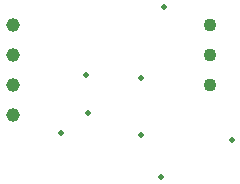
<source format=gbr>
%TF.GenerationSoftware,Altium Limited,Altium Designer,25.7.1 (20)*%
G04 Layer_Color=0*
%FSLAX45Y45*%
%MOMM*%
%TF.SameCoordinates,8EC0096B-1770-4E53-A1A5-517F8E17CF1D*%
%TF.FilePolarity,Positive*%
%TF.FileFunction,Plated,1,2,PTH,Drill*%
%TF.Part,Single*%
G01*
G75*
%TA.AperFunction,ComponentDrill*%
%ADD47C,1.10000*%
%ADD48C,1.15000*%
%TA.AperFunction,ViaDrill,NotFilled*%
%ADD49C,0.50000*%
D47*
X2032000Y1143000D02*
D03*
Y1397000D02*
D03*
Y1651000D02*
D03*
D48*
X358140Y894080D02*
D03*
Y1402080D02*
D03*
Y1656080D02*
D03*
Y1148080D02*
D03*
D49*
X1643380Y1803400D02*
D03*
X2214880Y683260D02*
D03*
X1619250Y370136D02*
D03*
X1447800Y1201420D02*
D03*
X980440Y1231900D02*
D03*
X995680Y909320D02*
D03*
X1445260Y723900D02*
D03*
X772160Y736600D02*
D03*
%TF.MD5,e7a624dbd83ca2b80a30521a7a49e4c8*%
M02*

</source>
